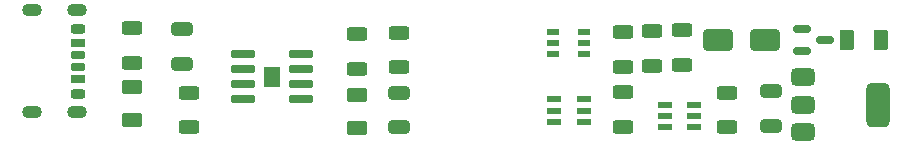
<source format=gbr>
%TF.GenerationSoftware,KiCad,Pcbnew,8.0.6*%
%TF.CreationDate,2024-10-22T16:45:09+02:00*%
%TF.ProjectId,BMU,424d552e-6b69-4636-9164-5f7063625858,rev?*%
%TF.SameCoordinates,Original*%
%TF.FileFunction,Paste,Top*%
%TF.FilePolarity,Positive*%
%FSLAX46Y46*%
G04 Gerber Fmt 4.6, Leading zero omitted, Abs format (unit mm)*
G04 Created by KiCad (PCBNEW 8.0.6) date 2024-10-22 16:45:09*
%MOMM*%
%LPD*%
G01*
G04 APERTURE LIST*
G04 Aperture macros list*
%AMRoundRect*
0 Rectangle with rounded corners*
0 $1 Rounding radius*
0 $2 $3 $4 $5 $6 $7 $8 $9 X,Y pos of 4 corners*
0 Add a 4 corners polygon primitive as box body*
4,1,4,$2,$3,$4,$5,$6,$7,$8,$9,$2,$3,0*
0 Add four circle primitives for the rounded corners*
1,1,$1+$1,$2,$3*
1,1,$1+$1,$4,$5*
1,1,$1+$1,$6,$7*
1,1,$1+$1,$8,$9*
0 Add four rect primitives between the rounded corners*
20,1,$1+$1,$2,$3,$4,$5,0*
20,1,$1+$1,$4,$5,$6,$7,0*
20,1,$1+$1,$6,$7,$8,$9,0*
20,1,$1+$1,$8,$9,$2,$3,0*%
G04 Aperture macros list end*
%ADD10C,0.010000*%
%ADD11RoundRect,0.175000X-0.425000X0.175000X-0.425000X-0.175000X0.425000X-0.175000X0.425000X0.175000X0*%
%ADD12RoundRect,0.190000X0.410000X-0.190000X0.410000X0.190000X-0.410000X0.190000X-0.410000X-0.190000X0*%
%ADD13RoundRect,0.200000X0.400000X-0.200000X0.400000X0.200000X-0.400000X0.200000X-0.400000X-0.200000X0*%
%ADD14RoundRect,0.175000X0.425000X-0.175000X0.425000X0.175000X-0.425000X0.175000X-0.425000X-0.175000X0*%
%ADD15RoundRect,0.190000X-0.410000X0.190000X-0.410000X-0.190000X0.410000X-0.190000X0.410000X0.190000X0*%
%ADD16RoundRect,0.200000X-0.400000X0.200000X-0.400000X-0.200000X0.400000X-0.200000X0.400000X0.200000X0*%
%ADD17O,1.700000X1.100000*%
%ADD18RoundRect,0.250000X0.625000X-0.375000X0.625000X0.375000X-0.625000X0.375000X-0.625000X-0.375000X0*%
%ADD19RoundRect,0.250000X-0.625000X0.312500X-0.625000X-0.312500X0.625000X-0.312500X0.625000X0.312500X0*%
%ADD20RoundRect,0.250000X-0.650000X0.325000X-0.650000X-0.325000X0.650000X-0.325000X0.650000X0.325000X0*%
%ADD21RoundRect,0.250000X0.625000X-0.312500X0.625000X0.312500X-0.625000X0.312500X-0.625000X-0.312500X0*%
%ADD22R,1.210000X0.590000*%
%ADD23RoundRect,0.375000X-0.625000X-0.375000X0.625000X-0.375000X0.625000X0.375000X-0.625000X0.375000X0*%
%ADD24RoundRect,0.500000X-0.500000X-1.400000X0.500000X-1.400000X0.500000X1.400000X-0.500000X1.400000X0*%
%ADD25R,1.150000X0.600000*%
%ADD26RoundRect,0.250000X1.000000X0.650000X-1.000000X0.650000X-1.000000X-0.650000X1.000000X-0.650000X0*%
%ADD27RoundRect,0.250000X0.375000X0.625000X-0.375000X0.625000X-0.375000X-0.625000X0.375000X-0.625000X0*%
%ADD28RoundRect,0.075000X-0.910000X-0.225000X0.910000X-0.225000X0.910000X0.225000X-0.910000X0.225000X0*%
%ADD29RoundRect,0.150000X-0.587500X-0.150000X0.587500X-0.150000X0.587500X0.150000X-0.587500X0.150000X0*%
%ADD30R,0.977900X0.558800*%
G04 APERTURE END LIST*
D10*
%TO.C,U2*%
X84465000Y-60445000D02*
X83175000Y-60445000D01*
X83175000Y-58805000D01*
X84465000Y-58805000D01*
X84465000Y-60445000D01*
G36*
X84465000Y-60445000D02*
G01*
X83175000Y-60445000D01*
X83175000Y-58805000D01*
X84465000Y-58805000D01*
X84465000Y-60445000D01*
G37*
%TD*%
D11*
%TO.C,J1*%
X67380000Y-57795000D03*
D12*
X67380000Y-59815000D03*
D13*
X67380000Y-61045000D03*
D14*
X67380000Y-58795000D03*
D15*
X67380000Y-56775000D03*
D16*
X67380000Y-55545000D03*
D17*
X67300000Y-53975000D03*
X63500000Y-53975000D03*
X67300000Y-62615000D03*
X63500000Y-62615000D03*
%TD*%
D18*
%TO.C,D2*%
X91000000Y-64000000D03*
X91000000Y-61200000D03*
%TD*%
D19*
%TO.C,R7*%
X118593677Y-55687500D03*
X118593677Y-58612500D03*
%TD*%
%TO.C,R8*%
X113596726Y-60943677D03*
X113596726Y-63868677D03*
%TD*%
D20*
%TO.C,C2*%
X94615000Y-60960000D03*
X94615000Y-63910000D03*
%TD*%
D19*
%TO.C,R4*%
X94615000Y-55880000D03*
X94615000Y-58805000D03*
%TD*%
D21*
%TO.C,R5*%
X113596726Y-58788677D03*
X113596726Y-55863677D03*
%TD*%
D19*
%TO.C,R1*%
X72000000Y-55500000D03*
X72000000Y-58425000D03*
%TD*%
%TO.C,R3*%
X76835000Y-60960000D03*
X76835000Y-63885000D03*
%TD*%
D22*
%TO.C,U1*%
X110241726Y-63439400D03*
X110241726Y-62489400D03*
X110241726Y-61539400D03*
X107731726Y-61539400D03*
X107731726Y-62489400D03*
X107731726Y-63439400D03*
%TD*%
D23*
%TO.C,Q3*%
X128836726Y-59673677D03*
X128836726Y-61973677D03*
D24*
X135136726Y-61973677D03*
D23*
X128836726Y-64273677D03*
%TD*%
D25*
%TO.C,IC1*%
X117111948Y-61985000D03*
X117111948Y-62935000D03*
X117111948Y-63885000D03*
X119611948Y-63885000D03*
X119611948Y-62935000D03*
X119611948Y-61985000D03*
%TD*%
D26*
%TO.C,D4*%
X125578677Y-56515000D03*
X121578677Y-56515000D03*
%TD*%
D20*
%TO.C,C1*%
X76200000Y-55550000D03*
X76200000Y-58500000D03*
%TD*%
D19*
%TO.C,Rpull1*%
X122403677Y-60960000D03*
X122403677Y-63885000D03*
%TD*%
D27*
%TO.C,F1*%
X135363677Y-56515000D03*
X132563677Y-56515000D03*
%TD*%
D18*
%TO.C,D1*%
X72000000Y-63300000D03*
X72000000Y-60500000D03*
%TD*%
D28*
%TO.C,U2*%
X81345000Y-57720000D03*
X81345000Y-58990000D03*
X81345000Y-60260000D03*
X81345000Y-61530000D03*
X86295000Y-61530000D03*
X86295000Y-60260000D03*
X86295000Y-58990000D03*
X86295000Y-57720000D03*
%TD*%
D29*
%TO.C,Q2*%
X128753677Y-55548677D03*
X128753677Y-57448677D03*
X130628677Y-56498677D03*
%TD*%
D19*
%TO.C,R6*%
X116053677Y-55778383D03*
X116053677Y-58703383D03*
%TD*%
D20*
%TO.C,C3*%
X126062533Y-60850402D03*
X126062533Y-63800402D03*
%TD*%
D19*
%TO.C,R2*%
X91000000Y-56000000D03*
X91000000Y-58925000D03*
%TD*%
D30*
%TO.C,Q1*%
X107592026Y-55824400D03*
X107592026Y-56774401D03*
X107592026Y-57724402D03*
X110271726Y-57724402D03*
X110271726Y-56774401D03*
X110271726Y-55824400D03*
%TD*%
M02*

</source>
